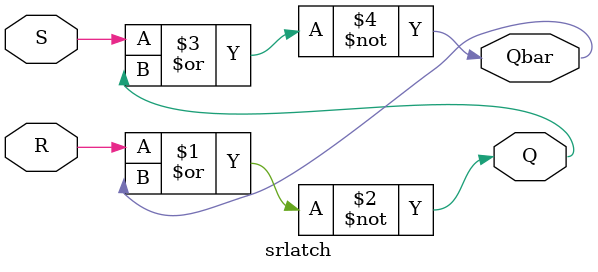
<source format=v>
`timescale 1ns / 1ps


module srlatch(
    input S,
    input R,
    output Q,
    output Qbar
    );
    nor #1 N1(Q, R, Qbar);
	nor #1 N2 (Qbar, S, Q);
endmodule

</source>
